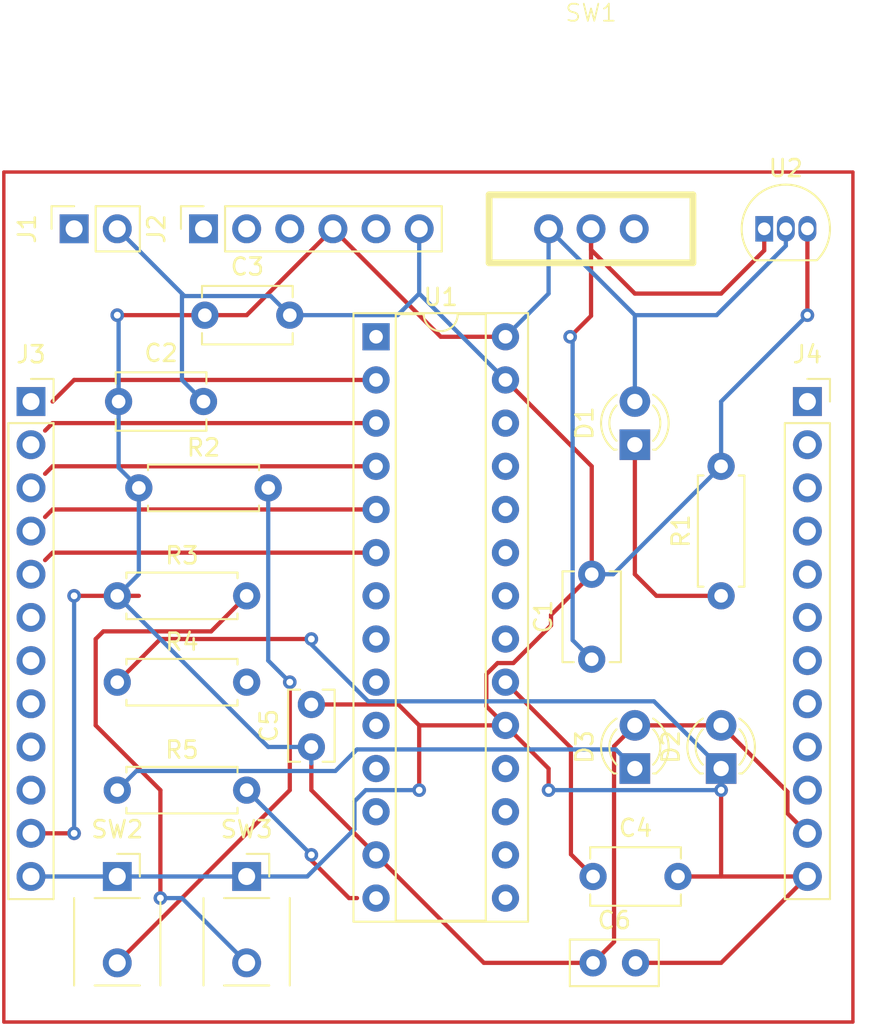
<source format=kicad_pcb>
(kicad_pcb (version 20221018) (generator pcbnew)
  (layers (0 "F.Cu" signal) (31 "B.Cu" signal) (34 "B.Paste" user) (35 "F.Paste" user) (36 "B.SilkS" user "B.Silkscreen") (37 "F.SilkS" user "F.Silkscreen") (38 "B.Mask" user) (39 "F.Mask" user) (44 "Edge.Cuts" user))
  (net 0 "")
  (net 1 "Net-(U1-Vcap)")
  (net 2 "GND")
  (net 3 "+3.3V")
  (net 4 "Net-(SW1A-B)")
  (net 5 "Net-(D1-K)")
  (net 6 "Net-(D2-K)")
  (net 7 "Net-(D3-K)")
  (net 33 "Net-(R2-Pad2)")
  (net 34 "Net-(R3-Pad2)")
  (net 36 "unconnected-(R5-Pad2)")
  (net 39 "unconnected-(U1-A0-Pad2)")
  (net 40 "unconnected-(U1-A1-Pad3)")
  (net 41 "unconnected-(U1-B0-Pad4)")
  (net 42 "unconnected-(U1-B1-Pad5)")
  (net 43 "unconnected-(U1-B2-Pad6)")
  (footprint "Library:PB" (layer "F.Cu") (at 106.68 91.44)
    (fp_text reference "SW2" (at 0 -2.77) (layer "F.SilkS"))
    (fp_text value "MCLR")
    (fp_line (start -2.54 1.27) (end -2.54 6.41) (stroke (width 0.12)) (layer "F.SilkS"))
    (fp_line (start -1.33 1.27) (end 1.33 1.27) (stroke (width 0.12)) (layer "F.SilkS"))
    (fp_line (start -1.33 6.41) (end 1.33 6.41) (stroke (width 0.12)) (layer "F.SilkS"))
    (fp_line (start 0 -1.33) (end 1.33 -1.33) (stroke (width 0.12)) (layer "F.SilkS"))
    (fp_line (start 1.33 -1.33) (end 1.33 0) (stroke (width 0.12)) (layer "F.SilkS"))
    (fp_line (start 2.54 1.27) (end 2.54 6.41) (stroke (width 0.12)) (layer "F.SilkS"))
    (pad "1" thru_hole rect (at 0 0) (size 1.7 1.7) (drill 1) (layers "*.Cu" "*.Mask") (net 2 "GND"))
    (pad "2" thru_hole oval (at 0 5.08) (size 1.7 1.7) (drill 1) (layers "*.Cu" "*.Mask") (net 33 "Net-(R2-Pad2)"))
  )
  (footprint "Capacitor_THT:C_Disc_D5.1mm_W3.2mm_P5.00mm" (layer "F.Cu") (at 134.62 78.66 90)
    (fp_text reference "C1" (at 2.5 -2.85 90) (layer "F.SilkS"))
    (fp_text value "C")
    (fp_line (start -0.17 -1.721) (end -0.17 -1.055) (stroke (width 0.12)) (layer "F.SilkS"))
    (fp_line (start -0.17 -1.721) (end 5.17 -1.721) (stroke (width 0.12)) (layer "F.SilkS"))
    (fp_line (start -0.17 1.055) (end -0.17 1.721) (stroke (width 0.12)) (layer "F.SilkS"))
    (fp_line (start -0.17 1.721) (end 5.17 1.721) (stroke (width 0.12)) (layer "F.SilkS"))
    (fp_line (start 5.17 -1.721) (end 5.17 -1.055) (stroke (width 0.12)) (layer "F.SilkS"))
    (fp_line (start 5.17 1.055) (end 5.17 1.721) (stroke (width 0.12)) (layer "F.SilkS"))
    (pad "1" thru_hole circle (at 0 0 90) (size 1.6 1.6) (drill 0.8) (layers "*.Cu" "*.Mask") (net 4 "Net-(SW1A-B)"))
    (pad "2" thru_hole circle (at 5 0 90) (size 1.6 1.6) (drill 0.8) (layers "*.Cu" "*.Mask") (net 2 "GND"))
  )
  (footprint "LED_THT:LED_D3.0mm" (layer "F.Cu") (at 142.24 85.09 90)
    (fp_text reference "D2" (at 1.27 -2.96 90) (layer "F.SilkS"))
    (fp_text value "LED")
    (fp_line (start -0.29 -1.236) (end -0.29 -1.08) (stroke (width 0.12)) (layer "F.SilkS"))
    (fp_line (start -0.29 1.08) (end -0.29 1.236) (stroke (width 0.12)) (layer "F.SilkS"))
    (fp_arc (start -0.29 -1.235516) (mid 1.366487 -1.987659) (end 2.942335 -1.078608) (stroke (width 0.12)) (layer "F.SilkS"))
    (fp_arc (start 0.229039 -1.08) (mid 1.270117 -1.5) (end 2.31113 -1.079837) (stroke (width 0.12)) (layer "F.SilkS"))
    (fp_arc (start 2.31113 1.079837) (mid 1.270117 1.5) (end 0.229039 1.08) (stroke (width 0.12)) (layer "F.SilkS"))
    (fp_arc (start 2.942335 1.078608) (mid 1.366487 1.987659) (end -0.29 1.235516) (stroke (width 0.12)) (layer "F.SilkS"))
    (pad "1" thru_hole rect (at 0 0 90) (size 1.8 1.8) (drill 0.9) (layers "*.Cu" "*.Mask") (net 6 "Net-(D2-K)"))
    (pad "2" thru_hole circle (at 2.54 0 90) (size 1.8 1.8) (drill 0.9) (layers "*.Cu" "*.Mask") (net 3 "+3.3V"))
  )
  (footprint "Connector_PinSocket_2.54mm:PinSocket_1x06_P2.54mm_Vertical" (layer "F.Cu") (at 111.76 53.34 90)
    (fp_text reference "J2" (at 0 -2.77 90) (layer "F.SilkS"))
    (fp_text value "CP2102")
    (fp_line (start -1.33 1.27) (end -1.33 14.03) (stroke (width 0.12)) (layer "F.SilkS"))
    (fp_line (start -1.33 1.27) (end 1.33 1.27) (stroke (width 0.12)) (layer "F.SilkS"))
    (fp_line (start -1.33 14.03) (end 1.33 14.03) (stroke (width 0.12)) (layer "F.SilkS"))
    (fp_line (start 0 -1.33) (end 1.33 -1.33) (stroke (width 0.12)) (layer "F.SilkS"))
    (fp_line (start 1.33 -1.33) (end 1.33 0) (stroke (width 0.12)) (layer "F.SilkS"))
    (fp_line (start 1.33 1.27) (end 1.33 14.03) (stroke (width 0.12)) (layer "F.SilkS"))
    (pad "1" thru_hole rect (at 0 0 90) (size 1.7 1.7) (drill 1) (layers "*.Cu" "*.Mask"))
    (pad "2" thru_hole oval (at 0 2.54 90) (size 1.7 1.7) (drill 1) (layers "*.Cu" "*.Mask"))
    (pad "3" thru_hole oval (at 0 5.08 90) (size 1.7 1.7) (drill 1) (layers "*.Cu" "*.Mask"))
    (pad "4" thru_hole oval (at 0 7.62 90) (size 1.7 1.7) (drill 1) (layers "*.Cu" "*.Mask") (net 3 "+3.3V"))
    (pad "5" thru_hole oval (at 0 10.16 90) (size 1.7 1.7) (drill 1) (layers "*.Cu" "*.Mask"))
    (pad "6" thru_hole oval (at 0 12.7 90) (size 1.7 1.7) (drill 1) (layers "*.Cu" "*.Mask") (net 2 "GND"))
  )
  (footprint "Connector_PinSocket_2.54mm:PinSocket_1x02_P2.54mm_Vertical" (layer "F.Cu") (at 104.14 53.34 90)
    (fp_text reference "J1" (at 0 -2.77 90) (layer "F.SilkS"))
    (fp_text value "BATTERY")
    (fp_line (start -1.33 1.27) (end -1.33 3.87) (stroke (width 0.12)) (layer "F.SilkS"))
    (fp_line (start -1.33 1.27) (end 1.33 1.27) (stroke (width 0.12)) (layer "F.SilkS"))
    (fp_line (start -1.33 3.87) (end 1.33 3.87) (stroke (width 0.12)) (layer "F.SilkS"))
    (fp_line (start 0 -1.33) (end 1.33 -1.33) (stroke (width 0.12)) (layer "F.SilkS"))
    (fp_line (start 1.33 -1.33) (end 1.33 0) (stroke (width 0.12)) (layer "F.SilkS"))
    (fp_line (start 1.33 1.27) (end 1.33 3.87) (stroke (width 0.12)) (layer "F.SilkS"))
    (pad "1" thru_hole rect (at 0 0 90) (size 1.7 1.7) (drill 1) (layers "*.Cu" "*.Mask"))
    (pad "2" thru_hole oval (at 0 2.54 90) (size 1.7 1.7) (drill 1) (layers "*.Cu" "*.Mask") (net 2 "GND"))
  )
  (footprint "Capacitor_THT:C_Rect_L4.0mm_W2.5mm_P2.50mm" (layer "F.Cu") (at 118.11 83.82 90)
    (fp_text reference "C5" (at 1.25 -2.5 90) (layer "F.SilkS"))
    (fp_text value "0.1uF")
    (fp_line (start -0.87 -1.37) (end -0.87 -0.665) (stroke (width 0.12)) (layer "F.SilkS"))
    (fp_line (start -0.87 -1.37) (end 3.37 -1.37) (stroke (width 0.12)) (layer "F.SilkS"))
    (fp_line (start -0.87 0.665) (end -0.87 1.37) (stroke (width 0.12)) (layer "F.SilkS"))
    (fp_line (start -0.87 1.37) (end 3.37 1.37) (stroke (width 0.12)) (layer "F.SilkS"))
    (fp_line (start 3.37 -1.37) (end 3.37 -0.665) (stroke (width 0.12)) (layer "F.SilkS"))
    (fp_line (start 3.37 0.665) (end 3.37 1.37) (stroke (width 0.12)) (layer "F.SilkS"))
    (pad "1" thru_hole circle (at 0 0 90) (size 1.6 1.6) (drill 0.8) (layers "*.Cu" "*.Mask") (net 3 "+3.3V"))
    (pad "2" thru_hole circle (at 2.5 0 90) (size 1.6 1.6) (drill 0.8) (layers "*.Cu" "*.Mask") (net 2 "GND"))
  )
  (footprint "Capacitor_THT:C_Disc_D5.1mm_W3.2mm_P5.00mm" (layer "F.Cu") (at 106.76 63.5)
    (fp_text reference "C2" (at 2.5 -2.85) (layer "F.SilkS"))
    (fp_text value "C")
    (fp_line (start -0.17 -1.721) (end -0.17 -1.055) (stroke (width 0.12)) (layer "F.SilkS"))
    (fp_line (start -0.17 -1.721) (end 5.17 -1.721) (stroke (width 0.12)) (layer "F.SilkS"))
    (fp_line (start -0.17 1.055) (end -0.17 1.721) (stroke (width 0.12)) (layer "F.SilkS"))
    (fp_line (start -0.17 1.721) (end 5.17 1.721) (stroke (width 0.12)) (layer "F.SilkS"))
    (fp_line (start 5.17 -1.721) (end 5.17 -1.055) (stroke (width 0.12)) (layer "F.SilkS"))
    (fp_line (start 5.17 1.055) (end 5.17 1.721) (stroke (width 0.12)) (layer "F.SilkS"))
    (pad "1" thru_hole circle (at 0 0) (size 1.6 1.6) (drill 0.8) (layers "*.Cu" "*.Mask") (net 3 "+3.3V"))
    (pad "2" thru_hole circle (at 5 0) (size 1.6 1.6) (drill 0.8) (layers "*.Cu" "*.Mask") (net 2 "GND"))
  )
  (footprint "Library:PB" (layer "F.Cu") (at 114.3 91.44)
    (fp_text reference "SW3" (at 0 -2.77) (layer "F.SilkS"))
    (fp_text value "USER")
    (fp_line (start -2.54 1.27) (end -2.54 6.41) (stroke (width 0.12)) (layer "F.SilkS"))
    (fp_line (start -1.33 1.27) (end 1.33 1.27) (stroke (width 0.12)) (layer "F.SilkS"))
    (fp_line (start -1.33 6.41) (end 1.33 6.41) (stroke (width 0.12)) (layer "F.SilkS"))
    (fp_line (start 0 -1.33) (end 1.33 -1.33) (stroke (width 0.12)) (layer "F.SilkS"))
    (fp_line (start 1.33 -1.33) (end 1.33 0) (stroke (width 0.12)) (layer "F.SilkS"))
    (fp_line (start 2.54 1.27) (end 2.54 6.41) (stroke (width 0.12)) (layer "F.SilkS"))
    (pad "1" thru_hole rect (at 0 0) (size 1.7 1.7) (drill 1) (layers "*.Cu" "*.Mask") (net 2 "GND"))
    (pad "2" thru_hole oval (at 0 5.08) (size 1.7 1.7) (drill 1) (layers "*.Cu" "*.Mask") (net 34 "Net-(R3-Pad2)"))
  )
  (footprint "LED_THT:LED_D3.0mm" (layer "F.Cu") (at 137.16 85.09 90)
    (fp_text reference "D3" (at 1.27 -2.96 90) (layer "F.SilkS"))
    (fp_text value "LED")
    (fp_line (start -0.29 -1.236) (end -0.29 -1.08) (stroke (width 0.12)) (layer "F.SilkS"))
    (fp_line (start -0.29 1.08) (end -0.29 1.236) (stroke (width 0.12)) (layer "F.SilkS"))
    (fp_arc (start -0.29 -1.235516) (mid 1.366487 -1.987659) (end 2.942335 -1.078608) (stroke (width 0.12)) (layer "F.SilkS"))
    (fp_arc (start 0.229039 -1.08) (mid 1.270117 -1.5) (end 2.31113 -1.079837) (stroke (width 0.12)) (layer "F.SilkS"))
    (fp_arc (start 2.31113 1.079837) (mid 1.270117 1.5) (end 0.229039 1.08) (stroke (width 0.12)) (layer "F.SilkS"))
    (fp_arc (start 2.942335 1.078608) (mid 1.366487 1.987659) (end -0.29 1.235516) (stroke (width 0.12)) (layer "F.SilkS"))
    (pad "1" thru_hole rect (at 0 0 90) (size 1.8 1.8) (drill 0.9) (layers "*.Cu" "*.Mask") (net 7 "Net-(D3-K)"))
    (pad "2" thru_hole circle (at 2.54 0 90) (size 1.8 1.8) (drill 0.9) (layers "*.Cu" "*.Mask") (net 3 "+3.3V"))
  )
  (footprint "Library:slidesw2" (layer "F.Cu") (at 134.58 53.34)
    (fp_text reference "SW1" (at 0 -12.7 unlocked) (layer "F.SilkS") (effects (font (thickness 0.1))))
    (fp_text value "SW_slide")
    (fp_line (start -6 -2) (end -6 2) (stroke (width 0.4)) (layer "F.SilkS"))
    (fp_line (start -6 2) (end 6 2) (stroke (width 0.4)) (layer "F.SilkS"))
    (fp_line (start 6 -2) (end -6 -2) (stroke (width 0.4)) (layer "F.SilkS"))
    (fp_line (start 6 2) (end 6 -2) (stroke (width 0.4)) (layer "F.SilkS"))
    (pad "1" thru_hole circle (at -2.5 0) (size 1.7 1.7) (drill 1) (layers "*.Cu" "*.Mask" "Dwgs.User") (net 3 "+3.3V"))
    (pad "2" thru_hole circle (at 0 0) (size 1.7 1.7) (drill 1) (layers "*.Cu" "*.Mask") (net 4 "Net-(SW1A-B)"))
    (pad "3" thru_hole circle (at 2.54 0) (size 1.7 1.7) (drill 1) (layers "*.Cu" "*.Mask"))
  )
  (footprint "Resistor_THT:R_Axial_DIN0207_L6.3mm_D2.5mm_P7.62mm_Horizontal" (layer "F.Cu") (at 106.68 74.93)
    (fp_text reference "R3" (at 3.81 -2.37) (layer "F.SilkS"))
    (fp_text value "10k")
    (fp_line (start 0.54 -1.37) (end 7.08 -1.37) (stroke (width 0.12)) (layer "F.SilkS"))
    (fp_line (start 0.54 -1.04) (end 0.54 -1.37) (stroke (width 0.12)) (layer "F.SilkS"))
    (fp_line (start 0.54 1.04) (end 0.54 1.37) (stroke (width 0.12)) (layer "F.SilkS"))
    (fp_line (start 0.54 1.37) (end 7.08 1.37) (stroke (width 0.12)) (layer "F.SilkS"))
    (fp_line (start 7.08 -1.37) (end 7.08 -1.04) (stroke (width 0.12)) (layer "F.SilkS"))
    (fp_line (start 7.08 1.37) (end 7.08 1.04) (stroke (width 0.12)) (layer "F.SilkS"))
    (pad "1" thru_hole circle (at 0 0) (size 1.6 1.6) (drill 0.8) (layers "*.Cu" "*.Mask") (net 3 "+3.3V"))
    (pad "2" thru_hole oval (at 7.62 0) (size 1.6 1.6) (drill 0.8) (layers "*.Cu" "*.Mask") (net 34 "Net-(R3-Pad2)"))
  )
  (footprint "Package_DIP:DIP-28_W7.62mm_Socket" (layer "F.Cu") (at 121.92 59.69)
    (fp_text reference "U1" (at 3.81 -2.33) (layer "F.SilkS"))
    (fp_text value "~")
    (fp_line (start -1.33 -1.39) (end -1.33 34.41) (stroke (width 0.12)) (layer "F.SilkS"))
    (fp_line (start -1.33 34.41) (end 8.95 34.41) (stroke (width 0.12)) (layer "F.SilkS"))
    (fp_line (start 1.16 -1.33) (end 1.16 34.35) (stroke (width 0.12)) (layer "F.SilkS"))
    (fp_line (start 1.16 34.35) (end 6.46 34.35) (stroke (width 0.12)) (layer "F.SilkS"))
    (fp_line (start 2.81 -1.33) (end 1.16 -1.33) (stroke (width 0.12)) (layer "F.SilkS"))
    (fp_line (start 6.46 -1.33) (end 4.81 -1.33) (stroke (width 0.12)) (layer "F.SilkS"))
    (fp_line (start 6.46 34.35) (end 6.46 -1.33) (stroke (width 0.12)) (layer "F.SilkS"))
    (fp_line (start 8.95 -1.39) (end -1.33 -1.39) (stroke (width 0.12)) (layer "F.SilkS"))
    (fp_line (start 8.95 34.41) (end 8.95 -1.39) (stroke (width 0.12)) (layer "F.SilkS"))
    (fp_arc (start 4.81 -1.33) (mid 3.81 -0.33) (end 2.81 -1.33) (stroke (width 0.12)) (layer "F.SilkS"))
    (pad "1" thru_hole rect (at 0 0) (size 1.6 1.6) (drill 0.8) (layers "*.Cu" "*.Mask"))
    (pad "2" thru_hole oval (at 0 2.54) (size 1.6 1.6) (drill 0.8) (layers "*.Cu" "*.Mask") (net 39 "unconnected-(U1-A0-Pad2)"))
    (pad "3" thru_hole oval (at 0 5.08) (size 1.6 1.6) (drill 0.8) (layers "*.Cu" "*.Mask") (net 40 "unconnected-(U1-A1-Pad3)"))
    (pad "4" thru_hole oval (at 0 7.62) (size 1.6 1.6) (drill 0.8) (layers "*.Cu" "*.Mask") (net 41 "unconnected-(U1-B0-Pad4)"))
    (pad "5" thru_hole oval (at 0 10.16) (size 1.6 1.6) (drill 0.8) (layers "*.Cu" "*.Mask") (net 42 "unconnected-(U1-B1-Pad5)"))
    (pad "6" thru_hole oval (at 0 12.7) (size 1.6 1.6) (drill 0.8) (layers "*.Cu" "*.Mask") (net 43 "unconnected-(U1-B2-Pad6)"))
    (pad "7" thru_hole oval (at 0 15.24) (size 1.6 1.6) (drill 0.8) (layers "*.Cu" "*.Mask"))
    (pad "8" thru_hole oval (at 0 17.78) (size 1.6 1.6) (drill 0.8) (layers "*.Cu" "*.Mask") (net 2 "GND"))
    (pad "9" thru_hole oval (at 0 20.32) (size 1.6 1.6) (drill 0.8) (layers "*.Cu" "*.Mask"))
    (pad "10" thru_hole oval (at 0 22.86) (size 1.6 1.6) (drill 0.8) (layers "*.Cu" "*.Mask"))
    (pad "11" thru_hole oval (at 0 25.4) (size 1.6 1.6) (drill 0.8) (layers "*.Cu" "*.Mask"))
    (pad "12" thru_hole oval (at 0 27.94) (size 1.6 1.6) (drill 0.8) (layers "*.Cu" "*.Mask"))
    (pad "13" thru_hole oval (at 0 30.48) (size 1.6 1.6) (drill 0.8) (layers "*.Cu" "*.Mask") (net 3 "+3.3V"))
    (pad "14" thru_hole oval (at 0 33.02) (size 1.6 1.6) (drill 0.8) (layers "*.Cu" "*.Mask"))
    (pad "15" thru_hole oval (at 7.62 33.02) (size 1.6 1.6) (drill 0.8) (layers "*.Cu" "*.Mask"))
    (pad "16" thru_hole oval (at 7.62 30.48) (size 1.6 1.6) (drill 0.8) (layers "*.Cu" "*.Mask"))
    (pad "17" thru_hole oval (at 7.62 27.94) (size 1.6 1.6) (drill 0.8) (layers "*.Cu" "*.Mask"))
    (pad "18" thru_hole oval (at 7.62 25.4) (size 1.6 1.6) (drill 0.8) (layers "*.Cu" "*.Mask"))
    (pad "19" thru_hole oval (at 7.62 22.86) (size 1.6 1.6) (drill 0.8) (layers "*.Cu" "*.Mask") (net 2 "GND"))
    (pad "20" thru_hole oval (at 7.62 20.32) (size 1.6 1.6) (drill 0.8) (layers "*.Cu" "*.Mask") (net 1 "Net-(U1-Vcap)"))
    (pad "21" thru_hole oval (at 7.62 17.78) (size 1.6 1.6) (drill 0.8) (layers "*.Cu" "*.Mask"))
    (pad "22" thru_hole oval (at 7.62 15.24) (size 1.6 1.6) (drill 0.8) (layers "*.Cu" "*.Mask"))
    (pad "23" thru_hole oval (at 7.62 12.7) (size 1.6 1.6) (drill 0.8) (layers "*.Cu" "*.Mask"))
    (pad "24" thru_hole oval (at 7.62 10.16) (size 1.6 1.6) (drill 0.8) (layers "*.Cu" "*.Mask"))
    (pad "25" thru_hole oval (at 7.62 7.62) (size 1.6 1.6) (drill 0.8) (layers "*.Cu" "*.Mask"))
    (pad "26" thru_hole oval (at 7.62 5.08) (size 1.6 1.6) (drill 0.8) (layers "*.Cu" "*.Mask"))
    (pad "27" thru_hole oval (at 7.62 2.54) (size 1.6 1.6) (drill 0.8) (layers "*.Cu" "*.Mask") (net 2 "GND"))
    (pad "28" thru_hole oval (at 7.62 0) (size 1.6 1.6) (drill 0.8) (layers "*.Cu" "*.Mask") (net 3 "+3.3V"))
  )
  (footprint "Resistor_THT:R_Axial_DIN0207_L6.3mm_D2.5mm_P7.62mm_Horizontal" (layer "F.Cu") (at 107.95 68.58)
    (fp_text reference "R2" (at 3.81 -2.37) (layer "F.SilkS"))
    (fp_text value "10k")
    (fp_line (start 0.54 -1.37) (end 7.08 -1.37) (stroke (width 0.12)) (layer "F.SilkS"))
    (fp_line (start 0.54 -1.04) (end 0.54 -1.37) (stroke (width 0.12)) (layer "F.SilkS"))
    (fp_line (start 0.54 1.04) (end 0.54 1.37) (stroke (width 0.12)) (layer "F.SilkS"))
    (fp_line (start 0.54 1.37) (end 7.08 1.37) (stroke (width 0.12)) (layer "F.SilkS"))
    (fp_line (start 7.08 -1.37) (end 7.08 -1.04) (stroke (width 0.12)) (layer "F.SilkS"))
    (fp_line (start 7.08 1.37) (end 7.08 1.04) (stroke (width 0.12)) (layer "F.SilkS"))
    (pad "1" thru_hole circle (at 0 0) (size 1.6 1.6) (drill 0.8) (layers "*.Cu" "*.Mask") (net 3 "+3.3V"))
    (pad "2" thru_hole oval (at 7.62 0) (size 1.6 1.6) (drill 0.8) (layers "*.Cu" "*.Mask") (net 33 "Net-(R2-Pad2)"))
  )
  (footprint "Package_TO_SOT_THT:TO-92_Inline" (layer "F.Cu") (at 144.78 53.34)
    (fp_text reference "U2" (at 1.27 -3.56) (layer "F.SilkS"))
    (fp_text value "AP7381-33V")
    (fp_line (start -0.53 1.85) (end 3.07 1.85) (stroke (width 0.12)) (layer "F.SilkS"))
    (fp_arc (start -0.568478 1.838478) (mid -1.132087 -0.994977) (end 1.27 -2.6) (stroke (width 0.12)) (layer "F.SilkS"))
    (fp_arc (start 1.27 -2.6) (mid 3.672087 -0.994977) (end 3.108478 1.838478) (stroke (width 0.12)) (layer "F.SilkS"))
    (pad "1" thru_hole rect (at 0 0) (size 1.05 1.5) (drill 0.75) (layers "*.Cu" "*.Mask") (net 4 "Net-(SW1A-B)"))
    (pad "2" thru_hole oval (at 1.27 0) (size 1.05 1.5) (drill 0.75) (layers "*.Cu" "*.Mask") (net 3 "+3.3V"))
    (pad "3" thru_hole oval (at 2.54 0) (size 1.05 1.5) (drill 0.75) (layers "*.Cu" "*.Mask") (net 2 "GND"))
  )
  (footprint "Connector_PinSocket_2.54mm:PinSocket_1x12_P2.54mm_Vertical" (layer "F.Cu") (at 147.32 63.5)
    (fp_text reference "J4" (at 0 -2.77) (layer "F.SilkS"))
    (fp_text value "RIGHT")
    (fp_line (start -1.33 1.27) (end -1.33 29.27) (stroke (width 0.12)) (layer "F.SilkS"))
    (fp_line (start -1.33 1.27) (end 1.33 1.27) (stroke (width 0.12)) (layer "F.SilkS"))
    (fp_line (start -1.33 29.27) (end 1.33 29.27) (stroke (width 0.12)) (layer "F.SilkS"))
    (fp_line (start 0 -1.33) (end 1.33 -1.33) (stroke (width 0.12)) (layer "F.SilkS"))
    (fp_line (start 1.33 -1.33) (end 1.33 0) (stroke (width 0.12)) (layer "F.SilkS"))
    (fp_line (start 1.33 1.27) (end 1.33 29.27) (stroke (width 0.12)) (layer "F.SilkS"))
    (pad "1" thru_hole rect (at 0 0) (size 1.7 1.7) (drill 1) (layers "*.Cu" "*.Mask"))
    (pad "2" thru_hole oval (at 0 2.54) (size 1.7 1.7) (drill 1) (layers "*.Cu" "*.Mask"))
    (pad "3" thru_hole oval (at 0 5.08) (size 1.7 1.7) (drill 1) (layers "*.Cu" "*.Mask"))
    (pad "4" thru_hole oval (at 0 7.62) (size 1.7 1.7) (drill 1) (layers "*.Cu" "*.Mask"))
    (pad "5" thru_hole oval (at 0 10.16) (size 1.7 1.7) (drill 1) (layers "*.Cu" "*.Mask"))
    (pad "6" thru_hole oval (at 0 12.7) (size 1.7 1.7) (drill 1) (layers "*.Cu" "*.Mask"))
    (pad "7" thru_hole oval (at 0 15.24) (size 1.7 1.7) (drill 1) (layers "*.Cu" "*.Mask"))
    (pad "8" thru_hole oval (at 0 17.78) (size 1.7 1.7) (drill 1) (layers "*.Cu" "*.Mask"))
    (pad "9" thru_hole oval (at 0 20.32) (size 1.7 1.7) (drill 1) (layers "*.Cu" "*.Mask"))
    (pad "10" thru_hole oval (at 0 22.86) (size 1.7 1.7) (drill 1) (layers "*.Cu" "*.Mask"))
    (pad "11" thru_hole oval (at 0 25.4) (size 1.7 1.7) (drill 1) (layers "*.Cu" "*.Mask") (net 3 "+3.3V"))
    (pad "12" thru_hole oval (at 0 27.94) (size 1.7 1.7) (drill 1) (layers "*.Cu" "*.Mask") (net 2 "GND"))
  )
  (footprint "Connector_PinSocket_2.54mm:PinSocket_1x12_P2.54mm_Vertical" (layer "F.Cu") (at 101.6 63.5)
    (fp_text reference "J3" (at 0 -2.77) (layer "F.SilkS"))
    (fp_text value "LEFT")
    (fp_line (start -1.33 1.27) (end -1.33 29.27) (stroke (width 0.12)) (layer "F.SilkS"))
    (fp_line (start -1.33 1.27) (end 1.33 1.27) (stroke (width 0.12)) (layer "F.SilkS"))
    (fp_line (start -1.33 29.27) (end 1.33 29.27) (stroke (width 0.12)) (layer "F.SilkS"))
    (fp_line (start 0 -1.33) (end 1.33 -1.33) (stroke (width 0.12)) (layer "F.SilkS"))
    (fp_line (start 1.33 -1.33) (end 1.33 0) (stroke (width 0.12)) (layer "F.SilkS"))
    (fp_line (start 1.33 1.27) (end 1.33 29.27) (stroke (width 0.12)) (layer "F.SilkS"))
    (pad "1" thru_hole rect (at 0 0) (size 1.7 1.7) (drill 1) (layers "*.Cu" "*.Mask"))
    (pad "2" thru_hole oval (at 0 2.54) (size 1.7 1.7) (drill 1) (layers "*.Cu" "*.Mask"))
    (pad "3" thru_hole oval (at 0 5.08) (size 1.7 1.7) (drill 1) (layers "*.Cu" "*.Mask"))
    (pad "4" thru_hole oval (at 0 7.62) (size 1.7 1.7) (drill 1) (layers "*.Cu" "*.Mask"))
    (pad "5" thru_hole oval (at 0 10.16) (size 1.7 1.7) (drill 1) (layers "*.Cu" "*.Mask"))
    (pad "6" thru_hole oval (at 0 12.7) (size 1.7 1.7) (drill 1) (layers "*.Cu" "*.Mask"))
    (pad "7" thru_hole oval (at 0 15.24) (size 1.7 1.7) (drill 1) (layers "*.Cu" "*.Mask"))
    (pad "8" thru_hole oval (at 0 17.78) (size 1.7 1.7) (drill 1) (layers "*.Cu" "*.Mask"))
    (pad "9" thru_hole oval (at 0 20.32) (size 1.7 1.7) (drill 1) (layers "*.Cu" "*.Mask"))
    (pad "10" thru_hole oval (at 0 22.86) (size 1.7 1.7) (drill 1) (layers "*.Cu" "*.Mask"))
    (pad "11" thru_hole oval (at 0 25.4) (size 1.7 1.7) (drill 1) (layers "*.Cu" "*.Mask") (net 3 "+3.3V"))
    (pad "12" thru_hole oval (at 0 27.94) (size 1.7 1.7) (drill 1) (layers "*.Cu" "*.Mask") (net 2 "GND"))
  )
  (footprint "Resistor_THT:R_Axial_DIN0207_L6.3mm_D2.5mm_P7.62mm_Horizontal" (layer "F.Cu") (at 142.24 74.93 90)
    (fp_text reference "R1" (at 3.81 -2.37 90) (layer "F.SilkS"))
    (fp_text value "330")
    (fp_line (start 0.54 -1.37) (end 7.08 -1.37) (stroke (width 0.12)) (layer "F.SilkS"))
    (fp_line (start 0.54 -1.04) (end 0.54 -1.37) (stroke (width 0.12)) (layer "F.SilkS"))
    (fp_line (start 0.54 1.04) (end 0.54 1.37) (stroke (width 0.12)) (layer "F.SilkS"))
    (fp_line (start 0.54 1.37) (end 7.08 1.37) (stroke (width 0.12)) (layer "F.SilkS"))
    (fp_line (start 7.08 -1.37) (end 7.08 -1.04) (stroke (width 0.12)) (layer "F.SilkS"))
    (fp_line (start 7.08 1.37) (end 7.08 1.04) (stroke (width 0.12)) (layer "F.SilkS"))
    (pad "1" thru_hole circle (at 0 0 90) (size 1.6 1.6) (drill 0.8) (layers "*.Cu" "*.Mask") (net 5 "Net-(D1-K)"))
    (pad "2" thru_hole oval (at 7.62 0 90) (size 1.6 1.6) (drill 0.8) (layers "*.Cu" "*.Mask") (net 2 "GND"))
  )
  (footprint "Resistor_THT:R_Axial_DIN0207_L6.3mm_D2.5mm_P7.62mm_Horizontal" (layer "F.Cu") (at 106.68 80.01)
    (fp_text reference "R4" (at 3.81 -2.37) (layer "F.SilkS"))
    (fp_text value "330")
    (fp_line (start 0.54 -1.37) (end 7.08 -1.37) (stroke (width 0.12)) (layer "F.SilkS"))
    (fp_line (start 0.54 -1.04) (end 0.54 -1.37) (stroke (width 0.12)) (layer "F.SilkS"))
    (fp_line (start 0.54 1.04) (end 0.54 1.37) (stroke (width 0.12)) (layer "F.SilkS"))
    (fp_line (start 0.54 1.37) (end 7.08 1.37) (stroke (width 0.12)) (layer "F.SilkS"))
    (fp_line (start 7.08 -1.37) (end 7.08 -1.04) (stroke (width 0.12)) (layer "F.SilkS"))
    (fp_line (start 7.08 1.37) (end 7.08 1.04) (stroke (width 0.12)) (layer "F.SilkS"))
    (pad "1" thru_hole circle (at 0 0) (size 1.6 1.6) (drill 0.8) (layers "*.Cu" "*.Mask") (net 6 "Net-(D2-K)"))
    (pad "2" thru_hole oval (at 7.62 0) (size 1.6 1.6) (drill 0.8) (layers "*.Cu" "*.Mask"))
  )
  (footprint "Capacitor_THT:C_Disc_D5.1mm_W3.2mm_P5.00mm" (layer "F.Cu") (at 134.7 91.44)
    (fp_text reference "C4" (at 2.5 -2.85) (layer "F.SilkS"))
    (fp_text value "1uF")
    (fp_line (start -0.17 -1.721) (end -0.17 -1.055) (stroke (width 0.12)) (layer "F.SilkS"))
    (fp_line (start -0.17 -1.721) (end 5.17 -1.721) (stroke (width 0.12)) (layer "F.SilkS"))
    (fp_line (start -0.17 1.055) (end -0.17 1.721) (stroke (width 0.12)) (layer "F.SilkS"))
    (fp_line (start -0.17 1.721) (end 5.17 1.721) (stroke (width 0.12)) (layer "F.SilkS"))
    (fp_line (start 5.17 -1.721) (end 5.17 -1.055) (stroke (width 0.12)) (layer "F.SilkS"))
    (fp_line (start 5.17 1.055) (end 5.17 1.721) (stroke (width 0.12)) (layer "F.SilkS"))
    (pad "1" thru_hole circle (at 0 0) (size 1.6 1.6) (drill 0.8) (layers "*.Cu" "*.Mask") (net 1 "Net-(U1-Vcap)"))
    (pad "2" thru_hole circle (at 5 0) (size 1.6 1.6) (drill 0.8) (layers "*.Cu" "*.Mask") (net 2 "GND"))
  )
  (footprint "Capacitor_THT:C_Disc_D5.0mm_W2.5mm_P2.50mm" (layer "F.Cu") (at 134.7 96.52)
    (fp_text reference "C6" (at 1.25 -2.5) (layer "F.SilkS"))
    (fp_text value "0.1uF")
    (fp_line (start -1.37 -1.37) (end -1.37 1.37) (stroke (width 0.12)) (layer "F.SilkS"))
    (fp_line (start -1.37 -1.37) (end 3.87 -1.37) (stroke (width 0.12)) (layer "F.SilkS"))
    (fp_line (start -1.37 1.37) (end 3.87 1.37) (stroke (width 0.12)) (layer "F.SilkS"))
    (fp_line (start 3.87 -1.37) (end 3.87 1.37) (stroke (width 0.12)) (layer "F.SilkS"))
    (pad "1" thru_hole circle (at 0 0) (size 1.6 1.6) (drill 0.8) (layers "*.Cu" "*.Mask") (net 3 "+3.3V"))
    (pad "2" thru_hole circle (at 2.5 0) (size 1.6 1.6) (drill 0.8) (layers "*.Cu" "*.Mask") (net 2 "GND"))
  )
  (footprint "LED_THT:LED_D3.0mm" (layer "F.Cu") (at 137.16 66.04 90)
    (fp_text reference "D1" (at 1.27 -2.96 90) (layer "F.SilkS"))
    (fp_text value "RED")
    (fp_line (start -0.29 -1.236) (end -0.29 -1.08) (stroke (width 0.12)) (layer "F.SilkS"))
    (fp_line (start -0.29 1.08) (end -0.29 1.236) (stroke (width 0.12)) (layer "F.SilkS"))
    (fp_arc (start -0.29 -1.235516) (mid 1.366487 -1.987659) (end 2.942335 -1.078608) (stroke (width 0.12)) (layer "F.SilkS"))
    (fp_arc (start 0.229039 -1.08) (mid 1.270117 -1.5) (end 2.31113 -1.079837) (stroke (width 0.12)) (layer "F.SilkS"))
    (fp_arc (start 2.31113 1.079837) (mid 1.270117 1.5) (end 0.229039 1.08) (stroke (width 0.12)) (layer "F.SilkS"))
    (fp_arc (start 2.942335 1.078608) (mid 1.366487 1.987659) (end -0.29 1.235516) (stroke (width 0.12)) (layer "F.SilkS"))
    (pad "1" thru_hole rect (at 0 0 90) (size 1.8 1.8) (drill 0.9) (layers "*.Cu" "*.Mask") (net 5 "Net-(D1-K)"))
    (pad "2" thru_hole circle (at 2.54 0 90) (size 1.8 1.8) (drill 0.9) (layers "*.Cu" "*.Mask") (net 3 "+3.3V"))
  )
  (footprint "Resistor_THT:R_Axial_DIN0207_L6.3mm_D2.5mm_P7.62mm_Horizontal" (layer "F.Cu") (at 106.68 86.36)
    (fp_text reference "R5" (at 3.81 -2.37) (layer "F.SilkS"))
    (fp_text value "330")
    (fp_line (start 0.54 -1.37) (end 7.08 -1.37) (stroke (width 0.12)) (layer "F.SilkS"))
    (fp_line (start 0.54 -1.04) (end 0.54 -1.37) (stroke (width 0.12)) (layer "F.SilkS"))
    (fp_line (start 0.54 1.04) (end 0.54 1.37) (stroke (width 0.12)) (layer "F.SilkS"))
    (fp_line (start 0.54 1.37) (end 7.08 1.37) (stroke (width 0.12)) (layer "F.SilkS"))
    (fp_line (start 7.08 -1.37) (end 7.08 -1.04) (stroke (width 0.12)) (layer "F.SilkS"))
    (fp_line (start 7.08 1.37) (end 7.08 1.04) (stroke (width 0.12)) (layer "F.SilkS"))
    (pad "1" thru_hole circle (at 0 0) (size 1.6 1.6) (drill 0.8) (layers "*.Cu" "*.Mask") (net 7 "Net-(D3-K)"))
    (pad "2" thru_hole oval (at 7.62 0) (size 1.6 1.6) (drill 0.8) (layers "*.Cu" "*.Mask") (net 36 "unconnected-(R5-Pad2)"))
  )
  (footprint "Capacitor_THT:C_Disc_D5.1mm_W3.2mm_P5.00mm" (layer "F.Cu") (at 111.84 58.42)
    (fp_text reference "C3" (at 2.5 -2.85) (layer "F.SilkS"))
    (fp_text value "C")
    (fp_line (start -0.17 -1.721) (end -0.17 -1.055) (stroke (width 0.12)) (layer "F.SilkS"))
    (fp_line (start -0.17 -1.721) (end 5.17 -1.721) (stroke (width 0.12)) (layer "F.SilkS"))
    (fp_line (start -0.17 1.055) (end -0.17 1.721) (stroke (width 0.12)) (layer "F.SilkS"))
    (fp_line (start -0.17 1.721) (end 5.17 1.721) (stroke (width 0.12)) (layer "F.SilkS"))
    (fp_line (start 5.17 -1.721) (end 5.17 -1.055) (stroke (width 0.12)) (layer "F.SilkS"))
    (fp_line (start 5.17 1.055) (end 5.17 1.721) (stroke (width 0.12)) (layer "F.SilkS"))
    (pad "1" thru_hole circle (at 0 0) (size 1.6 1.6) (drill 0.8) (layers "*.Cu" "*.Mask") (net 3 "+3.3V"))
    (pad "2" thru_hole circle (at 5 0) (size 1.6 1.6) (drill 0.8) (layers "*.Cu" "*.Mask") (net 2 "GND"))
  )
  (gr_line (start 100 100) (end 100 50) (stroke (width 0.2)) (layer "F.Cu"))
  (gr_line (start 100 100) (end 150 100) (stroke (width 0.2)) (layer "F.Cu"))
  (gr_line (start 150 50) (end 100 50) (stroke (width 0.2)) (layer "F.Cu"))
  (gr_line (start 150 50) (end 150 100) (stroke (width 0.2)) (layer "F.Cu"))
  (segment (start 133.395 83.865) (end 129.54 80.01) (width 0.25) (layer "F.Cu") (net 1))
  (segment (start 134.7 91.44) (end 133.395 90.135) (width 0.25) (layer "F.Cu") (net 1))
  (segment (start 133.395 90.135) (end 133.395 83.865) (width 0.25) (layer "F.Cu") (net 1))
  (segment (start 129.074009 78.885) (end 128.415 79.544009) (width 0.25) (layer "F.Cu") (net 2))
  (segment (start 124.46 82.55) (end 129.54 82.55) (width 0.25) (layer "F.Cu") (net 2))
  (segment (start 134.62 67.31) (end 134.62 73.66) (width 0.25) (layer "F.Cu") (net 2))
  (segment (start 134.62 73.66) (end 132.225 76.055) (width 0.25) (layer "F.Cu") (net 2))
  (segment (start 147.32 58.42) (end 147.32 53.34) (width 0.25) (layer "F.Cu") (net 2))
  (segment (start 142.24 91.44) (end 142.24 86.36) (width 0.25) (layer "F.Cu") (net 2))
  (segment (start 132.225 76.055) (end 132.225 76.665991) (width 0.25) (layer "F.Cu") (net 2))
  (segment (start 128.415 79.544009) (end 128.415 81.425) (width 0.25) (layer "F.Cu") (net 2))
  (segment (start 139.7 91.44) (end 142.24 91.44) (width 0.25) (layer "F.Cu") (net 2))
  (segment (start 124.46 86.36) (end 124.46 82.55) (width 0.25) (layer "F.Cu") (net 2))
  (segment (start 142.24 96.52) (end 147.32 91.44) (width 0.25) (layer "F.Cu") (net 2))
  (segment (start 128.415 81.425) (end 129.54 82.55) (width 0.25) (layer "F.Cu") (net 2))
  (segment (start 123.23 81.32) (end 118.11 81.32) (width 0.25) (layer "F.Cu") (net 2))
  (segment (start 129.54 62.23) (end 134.62 67.31) (width 0.25) (layer "F.Cu") (net 2))
  (segment (start 137.2 96.52) (end 142.24 96.52) (width 0.25) (layer "F.Cu") (net 2))
  (segment (start 142.24 91.44) (end 147.32 91.44) (width 0.25) (layer "F.Cu") (net 2))
  (segment (start 130.005991 78.885) (end 129.074009 78.885) (width 0.25) (layer "F.Cu") (net 2))
  (segment (start 132.08 86.36) (end 132.08 85.09) (width 0.25) (layer "F.Cu") (net 2))
  (segment (start 124.46 82.55) (end 123.23 81.32) (width 0.25) (layer "F.Cu") (net 2))
  (segment (start 132.225 76.665991) (end 130.005991 78.885) (width 0.25) (layer "F.Cu") (net 2))
  (segment (start 132.08 85.09) (end 129.54 82.55) (width 0.25) (layer "F.Cu") (net 2))
  (via (at 124.46 86.36) (size 0.8) (drill 0.4) (layers "F.Cu" "B.Cu") (net 2))
  (via (at 147.32 58.42) (size 0.8) (drill 0.4) (layers "F.Cu" "B.Cu") (net 2))
  (via (at 132.08 86.36) (size 0.8) (drill 0.4) (layers "F.Cu" "B.Cu") (net 2))
  (via (at 142.24 86.36) (size 0.8) (drill 0.4) (layers "F.Cu" "B.Cu") (net 2))
  (segment (start 101.6 91.44) (end 114.3 91.44) (width 0.25) (layer "B.Cu") (net 2))
  (segment (start 123.19 58.42) (end 124.46 57.15) (width 0.25) (layer "B.Cu") (net 2))
  (segment (start 135.89 73.66) (end 142.24 67.31) (width 0.25) (layer "B.Cu") (net 2))
  (segment (start 142.24 63.5) (end 147.32 58.42) (width 0.25) (layer "B.Cu") (net 2))
  (segment (start 114.3 91.44) (end 117.865305 91.44) (width 0.25) (layer "B.Cu") (net 2))
  (segment (start 121.309009 86.36) (end 124.46 86.36) (width 0.25) (layer "B.Cu") (net 2))
  (segment (start 115.715 57.295) (end 110.635 57.295) (width 0.25) (layer "B.Cu") (net 2))
  (segment (start 142.24 86.36) (end 132.08 86.36) (width 0.25) (layer "B.Cu") (net 2))
  (segment (start 134.62 73.66) (end 135.89 73.66) (width 0.25) (layer "B.Cu") (net 2))
  (segment (start 116.84 58.42) (end 115.715 57.295) (width 0.25) (layer "B.Cu") (net 2))
  (segment (start 124.46 57.15) (end 129.54 62.23) (width 0.25) (layer "B.Cu") (net 2))
  (segment (start 116.84 58.42) (end 123.19 58.42) (width 0.25) (layer "B.Cu") (net 2))
  (segment (start 142.24 67.31) (end 142.24 63.5) (width 0.25) (layer "B.Cu") (net 2))
  (segment (start 120.65 87.019009) (end 121.309009 86.36) (width 0.25) (layer "B.Cu") (net 2))
  (segment (start 110.49 62.23) (end 110.49 57.15) (width 0.25) (layer "B.Cu") (net 2))
  (segment (start 124.46 53.34) (end 124.46 57.15) (width 0.25) (layer "B.Cu") (net 2))
  (segment (start 110.635 57.295) (end 106.68 53.34) (width 0.25) (layer "B.Cu") (net 2))
  (segment (start 111.76 63.5) (end 110.49 62.23) (width 0.25) (layer "B.Cu") (net 2))
  (segment (start 120.65 88.655305) (end 120.65 87.019009) (width 0.25) (layer "B.Cu") (net 2))
  (segment (start 117.865305 91.44) (end 120.65 88.655305) (width 0.25) (layer "B.Cu") (net 2))
  (segment (start 118.11 83.82) (end 118.11 86.36) (width 0.25) (layer "F.Cu") (net 3))
  (segment (start 104.14 88.9) (end 101.6 88.9) (width 0.25) (layer "F.Cu") (net 3))
  (segment (start 128.27 96.52) (end 134.7 96.52) (width 0.25) (layer "F.Cu") (net 3))
  (segment (start 121.92 90.17) (end 128.27 96.52) (width 0.25) (layer "F.Cu") (net 3))
  (segment (start 135.935 83.775) (end 137.16 82.55) (width 0.25) (layer "F.Cu") (net 3))
  (segment (start 106.68 58.42) (end 111.84 58.42) (width 0.25) (layer "F.Cu") (net 3))
  (segment (start 118.11 86.36) (end 121.92 90.17) (width 0.25) (layer "F.Cu") (net 3))
  (segment (start 142.24 82.55) (end 146.145 86.455) (width 0.25) (layer "F.Cu") (net 3))
  (segment (start 135.935 95.285) (end 135.935 83.775) (width 0.25) (layer "F.Cu") (net 3))
  (segment (start 111.84 58.42) (end 114.3 58.42) (width 0.25) (layer "F.Cu") (net 3))
  (segment (start 134.7 96.52) (end 135.935 95.285) (width 0.25) (layer "F.Cu") (net 3))
  (segment (start 129.54 59.69) (end 125.73 59.69) (width 0.25) (layer "F.Cu") (net 3))
  (segment (start 107.95 74.93) (end 104.14 74.93) (width 0.25) (layer "F.Cu") (net 3))
  (segment (start 125.73 59.69) (end 119.38 53.34) (width 0.25) (layer "F.Cu") (net 3))
  (segment (start 114.3 58.42) (end 119.38 53.34) (width 0.25) (layer "F.Cu") (net 3))
  (segment (start 146.145 86.455) (end 146.145 87.725) (width 0.25) (layer "F.Cu") (net 3))
  (segment (start 137.16 82.55) (end 142.24 82.55) (width 0.25) (layer "F.Cu") (net 3))
  (segment (start 146.145 87.725) (end 147.32 88.9) (width 0.25) (layer "F.Cu") (net 3))
  (via (at 106.68 58.42) (size 0.8) (drill 0.4) (layers "F.Cu" "B.Cu") (net 3))
  (via (at 104.14 88.9) (size 0.8) (drill 0.4) (layers "F.Cu" "B.Cu") (net 3))
  (via (at 104.14 74.93) (size 0.8) (drill 0.4) (layers "F.Cu" "B.Cu") (net 3))
  (segment (start 137.16 63.5) (end 137.16 58.42) (width 0.25) (layer "B.Cu") (net 3))
  (segment (start 106.76 58.5) (end 106.68 58.42) (width 0.25) (layer "B.Cu") (net 3))
  (segment (start 141.97 58.42) (end 146.05 54.34) (width 0.25) (layer "B.Cu") (net 3))
  (segment (start 132.08 53.34) (end 132.08 57.15) (width 0.25) (layer "B.Cu") (net 3))
  (segment (start 137.16 58.42) (end 132.08 53.34) (width 0.25) (layer "B.Cu") (net 3))
  (segment (start 118.11 83.82) (end 118.11 84.785) (width 0.25) (layer "B.Cu") (net 3))
  (segment (start 104.14 74.93) (end 104.14 88.9) (width 0.25) (layer "B.Cu") (net 3))
  (segment (start 107.95 73.66) (end 106.68 74.93) (width 0.25) (layer "B.Cu") (net 3))
  (segment (start 115.57 83.82) (end 118.11 83.82) (width 0.25) (layer "B.Cu") (net 3))
  (segment (start 137.16 58.42) (end 141.97 58.42) (width 0.25) (layer "B.Cu") (net 3))
  (segment (start 132.08 57.15) (end 129.54 59.69) (width 0.25) (layer "B.Cu") (net 3))
  (segment (start 106.76 63.5) (end 106.76 67.39) (width 0.25) (layer "B.Cu") (net 3))
  (segment (start 107.95 68.58) (end 107.95 73.66) (width 0.25) (layer "B.Cu") (net 3))
  (segment (start 146.05 54.34) (end 146.05 53.34) (width 0.25) (layer "B.Cu") (net 3))
  (segment (start 106.68 74.93) (end 115.57 83.82) (width 0.25) (layer "B.Cu") (net 3))
  (segment (start 106.76 67.39) (end 107.95 68.58) (width 0.25) (layer "B.Cu") (net 3))
  (segment (start 106.76 63.5) (end 106.76 58.5) (width 0.25) (layer "B.Cu") (net 3))
  (segment (start 142.24 57.15) (end 144.78 54.61) (width 0.25) (layer "F.Cu") (net 4))
  (segment (start 134.58 58.46) (end 134.58 53.34) (width 0.25) (layer "F.Cu") (net 4))
  (segment (start 137.16 57.15) (end 142.24 57.15) (width 0.25) (layer "F.Cu") (net 4))
  (segment (start 133.35 59.69) (end 134.58 58.46) (width 0.25) (layer "F.Cu") (net 4))
  (segment (start 134.58 54.57) (end 137.16 57.15) (width 0.25) (layer "F.Cu") (net 4))
  (segment (start 144.78 54.61) (end 144.78 53.34) (width 0.25) (layer "F.Cu") (net 4))
  (segment (start 134.58 53.34) (end 134.58 54.57) (width 0.25) (layer "F.Cu") (net 4))
  (via (at 133.35 59.69) (size 0.8) (drill 0.4) (layers "F.Cu" "B.Cu") (net 4))
  (segment (start 133.495 59.835) (end 133.35 59.69) (width 0.25) (layer "B.Cu") (net 4))
  (segment (start 134.62 78.66) (end 133.495 77.535) (width 0.25) (layer "B.Cu") (net 4))
  (segment (start 133.495 77.535) (end 133.495 59.835) (width 0.25) (layer "B.Cu") (net 4))
  (segment (start 138.43 74.93) (end 137.16 73.66) (width 0.25) (layer "F.Cu") (net 5))
  (segment (start 137.16 73.66) (end 137.16 66.04) (width 0.25) (layer "F.Cu") (net 5))
  (segment (start 142.24 74.93) (end 138.43 74.93) (width 0.25) (layer "F.Cu") (net 5))
  (segment (start 118.11 77.47) (end 109.22 77.47) (width 0.25) (layer "F.Cu") (net 6))
  (segment (start 109.22 77.47) (end 106.68 80.01) (width 0.25) (layer "F.Cu") (net 6))
  (via (at 118.11 77.47) (size 0.8) (drill 0.4) (layers "F.Cu" "B.Cu") (net 6))
  (segment (start 138.285 81.135) (end 121.454009 81.135) (width 0.25) (layer "B.Cu") (net 6))
  (segment (start 118.11 77.790991) (end 118.11 77.47) (width 0.25) (layer "B.Cu") (net 6))
  (segment (start 121.454009 81.135) (end 118.11 77.790991) (width 0.25) (layer "B.Cu") (net 6))
  (segment (start 142.24 85.09) (end 138.285 81.135) (width 0.25) (layer "B.Cu") (net 6))
  (segment (start 107.805 85.235) (end 119.525 85.235) (width 0.25) (layer "B.Cu") (net 7))
  (segment (start 136.035 83.965) (end 137.16 85.09) (width 0.25) (layer "B.Cu") (net 7))
  (segment (start 120.795 83.965) (end 136.035 83.965) (width 0.25) (layer "B.Cu") (net 7))
  (segment (start 106.68 86.36) (end 107.805 85.235) (width 0.25) (layer "B.Cu") (net 7))
  (segment (start 119.525 85.235) (end 120.795 83.965) (width 0.25) (layer "B.Cu") (net 7))
  (segment (start 116.84 80.01) (end 116.84 86.36) (width 0.25) (layer "F.Cu") (net 33))
  (segment (start 116.84 86.36) (end 106.68 96.52) (width 0.25) (layer "F.Cu") (net 33))
  (via (at 116.84 80.01) (size 0.8) (drill 0.4) (layers "F.Cu" "B.Cu") (net 33))
  (segment (start 115.57 68.58) (end 115.57 78.74) (width 0.25) (layer "B.Cu") (net 33))
  (segment (start 115.57 78.74) (end 116.84 80.01) (width 0.25) (layer "B.Cu") (net 33))
  (segment (start 105.41 82.55) (end 105.41 77.47) (width 0.25) (layer "F.Cu") (net 34))
  (segment (start 109.22 92.71) (end 109.22 86.36) (width 0.25) (layer "F.Cu") (net 34))
  (segment (start 105.41 77.47) (end 105.86 77.02) (width 0.25) (layer "F.Cu") (net 34))
  (segment (start 112.21 77.02) (end 114.3 74.93) (width 0.25) (layer "F.Cu") (net 34))
  (segment (start 109.22 86.36) (end 105.41 82.55) (width 0.25) (layer "F.Cu") (net 34))
  (segment (start 105.86 77.02) (end 112.21 77.02) (width 0.25) (layer "F.Cu") (net 34))
  (via (at 109.22 92.71) (size 0.8) (drill 0.4) (layers "F.Cu" "B.Cu") (net 34))
  (segment (start 110.49 92.71) (end 109.22 92.71) (width 0.25) (layer "B.Cu") (net 34))
  (segment (start 114.3 96.52) (end 110.49 92.71) (width 0.25) (layer "B.Cu") (net 34))
  (segment (start 118.11 90.490991) (end 120.329009 92.71) (width 0.25) (layer "F.Cu") (net 36))
  (segment (start 118.11 90.17) (end 118.11 90.490991) (width 0.25) (layer "F.Cu") (net 36))
  (segment (start 120.329009 92.71) (end 120.795 92.71) (width 0.25) (layer "F.Cu") (net 36))
  (via (at 118.11 90.17) (size 0.8) (drill 0.4) (layers "F.Cu" "B.Cu") (net 36))
  (segment (start 114.3 86.36) (end 118.11 90.17) (width 0.25) (layer "B.Cu") (net 36))
  (segment (start 104.14 62.23) (end 102.87 63.5) (width 0.25) (layer "F.Cu") (net 39))
  (segment (start 121.92 62.23) (end 104.14 62.23) (width 0.25) (layer "F.Cu") (net 39))
  (segment (start 121.92 64.77) (end 102.87 64.77) (width 0.25) (layer "F.Cu") (net 40))
  (segment (start 102.87 64.77) (end 102.43085 65.20915) (width 0.25) (layer "F.Cu") (net 40))
  (segment (start 102.87 67.31) (end 102.43085 67.74915) (width 0.25) (layer "F.Cu") (net 41))
  (segment (start 121.92 67.31) (end 102.87 67.31) (width 0.25) (layer "F.Cu") (net 41))
  (segment (start 102.87 69.85) (end 102.43085 70.28915) (width 0.25) (layer "F.Cu") (net 42))
  (segment (start 121.92 69.85) (end 102.87 69.85) (width 0.25) (layer "F.Cu") (net 42))
  (segment (start 102.87 72.39) (end 102.43085 72.82915) (width 0.25) (layer "F.Cu") (net 43))
  (segment (start 121.92 72.39) (end 102.87 72.39) (width 0.25) (layer "F.Cu") (net 43))
)
</source>
